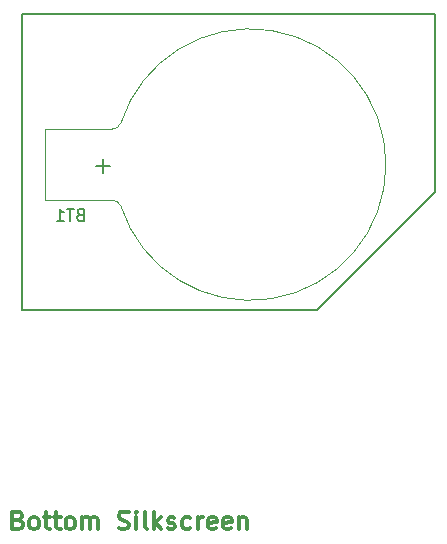
<source format=gbr>
%TF.GenerationSoftware,KiCad,Pcbnew,(5.1.9)-1*%
%TF.CreationDate,2024-06-03T11:22:04+08:00*%
%TF.ProjectId,task1,7461736b-312e-46b6-9963-61645f706362,rev?*%
%TF.SameCoordinates,Original*%
%TF.FileFunction,Legend,Bot*%
%TF.FilePolarity,Positive*%
%FSLAX46Y46*%
G04 Gerber Fmt 4.6, Leading zero omitted, Abs format (unit mm)*
G04 Created by KiCad (PCBNEW (5.1.9)-1) date 2024-06-03 11:22:04*
%MOMM*%
%LPD*%
G01*
G04 APERTURE LIST*
%ADD10C,0.300000*%
%TA.AperFunction,Profile*%
%ADD11C,0.200000*%
%TD*%
%ADD12C,0.120000*%
%ADD13C,0.150000*%
G04 APERTURE END LIST*
D10*
X125471428Y-129892857D02*
X125685714Y-129964285D01*
X125757142Y-130035714D01*
X125828571Y-130178571D01*
X125828571Y-130392857D01*
X125757142Y-130535714D01*
X125685714Y-130607142D01*
X125542857Y-130678571D01*
X124971428Y-130678571D01*
X124971428Y-129178571D01*
X125471428Y-129178571D01*
X125614285Y-129250000D01*
X125685714Y-129321428D01*
X125757142Y-129464285D01*
X125757142Y-129607142D01*
X125685714Y-129750000D01*
X125614285Y-129821428D01*
X125471428Y-129892857D01*
X124971428Y-129892857D01*
X126685714Y-130678571D02*
X126542857Y-130607142D01*
X126471428Y-130535714D01*
X126400000Y-130392857D01*
X126400000Y-129964285D01*
X126471428Y-129821428D01*
X126542857Y-129750000D01*
X126685714Y-129678571D01*
X126900000Y-129678571D01*
X127042857Y-129750000D01*
X127114285Y-129821428D01*
X127185714Y-129964285D01*
X127185714Y-130392857D01*
X127114285Y-130535714D01*
X127042857Y-130607142D01*
X126900000Y-130678571D01*
X126685714Y-130678571D01*
X127614285Y-129678571D02*
X128185714Y-129678571D01*
X127828571Y-129178571D02*
X127828571Y-130464285D01*
X127900000Y-130607142D01*
X128042857Y-130678571D01*
X128185714Y-130678571D01*
X128471428Y-129678571D02*
X129042857Y-129678571D01*
X128685714Y-129178571D02*
X128685714Y-130464285D01*
X128757142Y-130607142D01*
X128900000Y-130678571D01*
X129042857Y-130678571D01*
X129757142Y-130678571D02*
X129614285Y-130607142D01*
X129542857Y-130535714D01*
X129471428Y-130392857D01*
X129471428Y-129964285D01*
X129542857Y-129821428D01*
X129614285Y-129750000D01*
X129757142Y-129678571D01*
X129971428Y-129678571D01*
X130114285Y-129750000D01*
X130185714Y-129821428D01*
X130257142Y-129964285D01*
X130257142Y-130392857D01*
X130185714Y-130535714D01*
X130114285Y-130607142D01*
X129971428Y-130678571D01*
X129757142Y-130678571D01*
X130900000Y-130678571D02*
X130900000Y-129678571D01*
X130900000Y-129821428D02*
X130971428Y-129750000D01*
X131114285Y-129678571D01*
X131328571Y-129678571D01*
X131471428Y-129750000D01*
X131542857Y-129892857D01*
X131542857Y-130678571D01*
X131542857Y-129892857D02*
X131614285Y-129750000D01*
X131757142Y-129678571D01*
X131971428Y-129678571D01*
X132114285Y-129750000D01*
X132185714Y-129892857D01*
X132185714Y-130678571D01*
X133971428Y-130607142D02*
X134185714Y-130678571D01*
X134542857Y-130678571D01*
X134685714Y-130607142D01*
X134757142Y-130535714D01*
X134828571Y-130392857D01*
X134828571Y-130250000D01*
X134757142Y-130107142D01*
X134685714Y-130035714D01*
X134542857Y-129964285D01*
X134257142Y-129892857D01*
X134114285Y-129821428D01*
X134042857Y-129750000D01*
X133971428Y-129607142D01*
X133971428Y-129464285D01*
X134042857Y-129321428D01*
X134114285Y-129250000D01*
X134257142Y-129178571D01*
X134614285Y-129178571D01*
X134828571Y-129250000D01*
X135471428Y-130678571D02*
X135471428Y-129678571D01*
X135471428Y-129178571D02*
X135400000Y-129250000D01*
X135471428Y-129321428D01*
X135542857Y-129250000D01*
X135471428Y-129178571D01*
X135471428Y-129321428D01*
X136400000Y-130678571D02*
X136257142Y-130607142D01*
X136185714Y-130464285D01*
X136185714Y-129178571D01*
X136971428Y-130678571D02*
X136971428Y-129178571D01*
X137114285Y-130107142D02*
X137542857Y-130678571D01*
X137542857Y-129678571D02*
X136971428Y-130250000D01*
X138114285Y-130607142D02*
X138257142Y-130678571D01*
X138542857Y-130678571D01*
X138685714Y-130607142D01*
X138757142Y-130464285D01*
X138757142Y-130392857D01*
X138685714Y-130250000D01*
X138542857Y-130178571D01*
X138328571Y-130178571D01*
X138185714Y-130107142D01*
X138114285Y-129964285D01*
X138114285Y-129892857D01*
X138185714Y-129750000D01*
X138328571Y-129678571D01*
X138542857Y-129678571D01*
X138685714Y-129750000D01*
X140042857Y-130607142D02*
X139900000Y-130678571D01*
X139614285Y-130678571D01*
X139471428Y-130607142D01*
X139400000Y-130535714D01*
X139328571Y-130392857D01*
X139328571Y-129964285D01*
X139400000Y-129821428D01*
X139471428Y-129750000D01*
X139614285Y-129678571D01*
X139900000Y-129678571D01*
X140042857Y-129750000D01*
X140685714Y-130678571D02*
X140685714Y-129678571D01*
X140685714Y-129964285D02*
X140757142Y-129821428D01*
X140828571Y-129750000D01*
X140971428Y-129678571D01*
X141114285Y-129678571D01*
X142185714Y-130607142D02*
X142042857Y-130678571D01*
X141757142Y-130678571D01*
X141614285Y-130607142D01*
X141542857Y-130464285D01*
X141542857Y-129892857D01*
X141614285Y-129750000D01*
X141757142Y-129678571D01*
X142042857Y-129678571D01*
X142185714Y-129750000D01*
X142257142Y-129892857D01*
X142257142Y-130035714D01*
X141542857Y-130178571D01*
X143471428Y-130607142D02*
X143328571Y-130678571D01*
X143042857Y-130678571D01*
X142900000Y-130607142D01*
X142828571Y-130464285D01*
X142828571Y-129892857D01*
X142900000Y-129750000D01*
X143042857Y-129678571D01*
X143328571Y-129678571D01*
X143471428Y-129750000D01*
X143542857Y-129892857D01*
X143542857Y-130035714D01*
X142828571Y-130178571D01*
X144185714Y-129678571D02*
X144185714Y-130678571D01*
X144185714Y-129821428D02*
X144257142Y-129750000D01*
X144400000Y-129678571D01*
X144614285Y-129678571D01*
X144757142Y-129750000D01*
X144828571Y-129892857D01*
X144828571Y-130678571D01*
D11*
X160787600Y-102085200D02*
X150787600Y-112085200D01*
X160787600Y-87085200D02*
X160787600Y-102085200D01*
X125787600Y-112085200D02*
X150787600Y-112085200D01*
X125787600Y-87085200D02*
X125787600Y-112085200D01*
X125787600Y-87085200D02*
X160787600Y-87085200D01*
D12*
%TO.C,BT1*%
X156595671Y-99845281D02*
G75*
G03*
X134150000Y-96300000I-11495671J45281D01*
G01*
X134151754Y-96273616D02*
G75*
G02*
X133400000Y-96800000I-751754J273616D01*
G01*
X156595671Y-99754719D02*
G75*
G02*
X134150000Y-103300000I-11495671J-45281D01*
G01*
X134151754Y-103326384D02*
G75*
G03*
X133400000Y-102800000I-751754J-273616D01*
G01*
X127700000Y-96800000D02*
X133400000Y-96800000D01*
X127700000Y-96800000D02*
X127700000Y-102800000D01*
X127700000Y-102800000D02*
X133400000Y-102800000D01*
%TD*%
%TO.C,BT1*%
D13*
X130685714Y-104028571D02*
X130542857Y-104076190D01*
X130495238Y-104123809D01*
X130447619Y-104219047D01*
X130447619Y-104361904D01*
X130495238Y-104457142D01*
X130542857Y-104504761D01*
X130638095Y-104552380D01*
X131019047Y-104552380D01*
X131019047Y-103552380D01*
X130685714Y-103552380D01*
X130590476Y-103600000D01*
X130542857Y-103647619D01*
X130495238Y-103742857D01*
X130495238Y-103838095D01*
X130542857Y-103933333D01*
X130590476Y-103980952D01*
X130685714Y-104028571D01*
X131019047Y-104028571D01*
X130161904Y-103552380D02*
X129590476Y-103552380D01*
X129876190Y-104552380D02*
X129876190Y-103552380D01*
X128733333Y-104552380D02*
X129304761Y-104552380D01*
X129019047Y-104552380D02*
X129019047Y-103552380D01*
X129114285Y-103695238D01*
X129209523Y-103790476D01*
X129304761Y-103838095D01*
X133221428Y-99907142D02*
X132078571Y-99907142D01*
X132650000Y-100478571D02*
X132650000Y-99335714D01*
%TD*%
M02*

</source>
